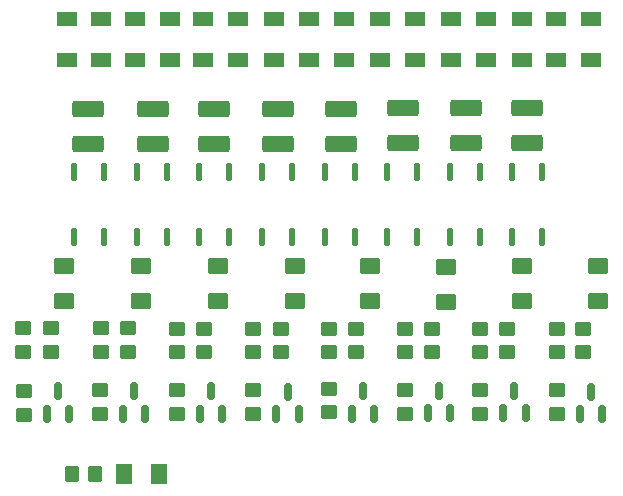
<source format=gbr>
%TF.GenerationSoftware,KiCad,Pcbnew,6.0.11+dfsg-1~bpo11+1*%
%TF.CreationDate,2023-04-06T13:57:54+02:00*%
%TF.ProjectId,dout-8_11,646f7574-2d38-45f3-9131-2e6b69636164,1.1*%
%TF.SameCoordinates,Original*%
%TF.FileFunction,Paste,Top*%
%TF.FilePolarity,Positive*%
%FSLAX46Y46*%
G04 Gerber Fmt 4.6, Leading zero omitted, Abs format (unit mm)*
G04 Created by KiCad (PCBNEW 6.0.11+dfsg-1~bpo11+1) date 2023-04-06 13:57:54*
%MOMM*%
%LPD*%
G01*
G04 APERTURE LIST*
G04 Aperture macros list*
%AMRoundRect*
0 Rectangle with rounded corners*
0 $1 Rounding radius*
0 $2 $3 $4 $5 $6 $7 $8 $9 X,Y pos of 4 corners*
0 Add a 4 corners polygon primitive as box body*
4,1,4,$2,$3,$4,$5,$6,$7,$8,$9,$2,$3,0*
0 Add four circle primitives for the rounded corners*
1,1,$1+$1,$2,$3*
1,1,$1+$1,$4,$5*
1,1,$1+$1,$6,$7*
1,1,$1+$1,$8,$9*
0 Add four rect primitives between the rounded corners*
20,1,$1+$1,$2,$3,$4,$5,0*
20,1,$1+$1,$4,$5,$6,$7,0*
20,1,$1+$1,$6,$7,$8,$9,0*
20,1,$1+$1,$8,$9,$2,$3,0*%
G04 Aperture macros list end*
%ADD10RoundRect,0.137500X0.137500X-0.587500X0.137500X0.587500X-0.137500X0.587500X-0.137500X-0.587500X0*%
%ADD11R,1.700000X1.300000*%
%ADD12RoundRect,0.150000X0.150000X-0.587500X0.150000X0.587500X-0.150000X0.587500X-0.150000X-0.587500X0*%
%ADD13RoundRect,0.250001X1.074999X-0.462499X1.074999X0.462499X-1.074999X0.462499X-1.074999X-0.462499X0*%
%ADD14RoundRect,0.250001X-0.624999X0.462499X-0.624999X-0.462499X0.624999X-0.462499X0.624999X0.462499X0*%
%ADD15RoundRect,0.250000X0.450000X-0.350000X0.450000X0.350000X-0.450000X0.350000X-0.450000X-0.350000X0*%
%ADD16RoundRect,0.250001X0.462499X0.624999X-0.462499X0.624999X-0.462499X-0.624999X0.462499X-0.624999X0*%
%ADD17RoundRect,0.250000X-0.350000X-0.450000X0.350000X-0.450000X0.350000X0.450000X-0.350000X0.450000X0*%
G04 APERTURE END LIST*
D10*
%TO.C,U6*%
X143830000Y-94950000D03*
X146370000Y-94950000D03*
X146370000Y-89450000D03*
X143830000Y-89450000D03*
%TD*%
D11*
%TO.C,D23*%
X132600000Y-80000000D03*
X132600000Y-76500000D03*
%TD*%
D12*
%TO.C,Q4*%
X156750000Y-109900000D03*
X158650000Y-109900000D03*
X157700000Y-108025000D03*
%TD*%
%TO.C,Q7*%
X137350000Y-109900000D03*
X139250000Y-109900000D03*
X138300000Y-108025000D03*
%TD*%
D13*
%TO.C,F8*%
X134400000Y-87075000D03*
X134400000Y-84100000D03*
%TD*%
D14*
%TO.C,D21*%
X132400000Y-97425000D03*
X132400000Y-100400000D03*
%TD*%
D13*
%TO.C,F7*%
X139900000Y-87075000D03*
X139900000Y-84100000D03*
%TD*%
D12*
%TO.C,Q1*%
X176050000Y-109937500D03*
X177950000Y-109937500D03*
X177000000Y-108062500D03*
%TD*%
D15*
%TO.C,R15*%
X141900000Y-109900000D03*
X141900000Y-107900000D03*
%TD*%
D11*
%TO.C,D18*%
X153100000Y-76500000D03*
X153100000Y-80000000D03*
%TD*%
D14*
%TO.C,D4*%
X164700000Y-97500000D03*
X164700000Y-100475000D03*
%TD*%
D15*
%TO.C,R20*%
X135400000Y-109900000D03*
X135400000Y-107900000D03*
%TD*%
%TO.C,R6*%
X174100000Y-104700000D03*
X174100000Y-102700000D03*
%TD*%
%TO.C,R12*%
X161200000Y-104700000D03*
X161200000Y-102700000D03*
%TD*%
D11*
%TO.C,D16*%
X165100000Y-76500000D03*
X165100000Y-80000000D03*
%TD*%
%TO.C,D17*%
X159100000Y-76500000D03*
X159100000Y-80000000D03*
%TD*%
D12*
%TO.C,Q2*%
X169550000Y-109875000D03*
X171450000Y-109875000D03*
X170500000Y-108000000D03*
%TD*%
D11*
%TO.C,D14*%
X177000000Y-76500000D03*
X177000000Y-80000000D03*
%TD*%
%TO.C,D19*%
X147100000Y-76500000D03*
X147100000Y-80000000D03*
%TD*%
%TO.C,D15*%
X171100000Y-76500000D03*
X171100000Y-80000000D03*
%TD*%
%TO.C,D11*%
X156100000Y-80000000D03*
X156100000Y-76500000D03*
%TD*%
D13*
%TO.C,F2*%
X166400000Y-87000000D03*
X166400000Y-84025000D03*
%TD*%
D15*
%TO.C,R24*%
X135500000Y-104650000D03*
X135500000Y-102650000D03*
%TD*%
D13*
%TO.C,F3*%
X161100000Y-87000000D03*
X161100000Y-84025000D03*
%TD*%
D12*
%TO.C,Q3*%
X163150000Y-109875000D03*
X165050000Y-109875000D03*
X164100000Y-108000000D03*
%TD*%
D15*
%TO.C,R3*%
X167600000Y-109900000D03*
X167600000Y-107900000D03*
%TD*%
D14*
%TO.C,D2*%
X177600000Y-97425000D03*
X177600000Y-100400000D03*
%TD*%
D13*
%TO.C,F1*%
X171600000Y-86975000D03*
X171600000Y-84000000D03*
%TD*%
D15*
%TO.C,R18*%
X148400000Y-104700000D03*
X148400000Y-102700000D03*
%TD*%
D10*
%TO.C,U5*%
X149130000Y-94950000D03*
X151670000Y-94950000D03*
X151670000Y-89450000D03*
X149130000Y-89450000D03*
%TD*%
D15*
%TO.C,R16*%
X150700000Y-104700000D03*
X150700000Y-102700000D03*
%TD*%
D14*
%TO.C,D7*%
X145400000Y-97412500D03*
X145400000Y-100387500D03*
%TD*%
D15*
%TO.C,R17*%
X144200000Y-104700000D03*
X144200000Y-102700000D03*
%TD*%
D11*
%TO.C,D25*%
X135500000Y-76500000D03*
X135500000Y-80000000D03*
%TD*%
%TO.C,D9*%
X168100000Y-80000000D03*
X168100000Y-76500000D03*
%TD*%
D10*
%TO.C,U7*%
X133230000Y-94950000D03*
X135770000Y-94950000D03*
X135770000Y-89450000D03*
X133230000Y-89450000D03*
%TD*%
D11*
%TO.C,D12*%
X150100000Y-80000000D03*
X150100000Y-76500000D03*
%TD*%
D14*
%TO.C,D3*%
X171100000Y-97425000D03*
X171100000Y-100400000D03*
%TD*%
D10*
%TO.C,U1*%
X170330000Y-94950000D03*
X172870000Y-94950000D03*
X172870000Y-89450000D03*
X170330000Y-89450000D03*
%TD*%
D11*
%TO.C,D10*%
X162100000Y-80000000D03*
X162100000Y-76500000D03*
%TD*%
D13*
%TO.C,F4*%
X155800000Y-87075000D03*
X155800000Y-84100000D03*
%TD*%
D12*
%TO.C,Q8*%
X130900000Y-109900000D03*
X132800000Y-109900000D03*
X131850000Y-108025000D03*
%TD*%
D15*
%TO.C,R25*%
X128900000Y-104650000D03*
X128900000Y-102650000D03*
%TD*%
D11*
%TO.C,D13*%
X144100000Y-80000000D03*
X144100000Y-76500000D03*
%TD*%
D15*
%TO.C,R8*%
X161200000Y-109900000D03*
X161200000Y-107900000D03*
%TD*%
%TO.C,R11*%
X157100000Y-104700000D03*
X157100000Y-102700000D03*
%TD*%
%TO.C,R22*%
X137800000Y-104650000D03*
X137800000Y-102650000D03*
%TD*%
D11*
%TO.C,D22*%
X138400000Y-80000000D03*
X138400000Y-76500000D03*
%TD*%
D10*
%TO.C,U2*%
X165030000Y-94950000D03*
X167570000Y-94950000D03*
X167570000Y-89450000D03*
X165030000Y-89450000D03*
%TD*%
D15*
%TO.C,R5*%
X169900000Y-104700000D03*
X169900000Y-102700000D03*
%TD*%
D13*
%TO.C,F5*%
X150500000Y-87100000D03*
X150500000Y-84125000D03*
%TD*%
D16*
%TO.C,D1*%
X140375000Y-115000000D03*
X137400000Y-115000000D03*
%TD*%
D10*
%TO.C,U8*%
X138530000Y-94950000D03*
X141070000Y-94950000D03*
X141070000Y-89450000D03*
X138530000Y-89450000D03*
%TD*%
D15*
%TO.C,R4*%
X176300000Y-104700000D03*
X176300000Y-102700000D03*
%TD*%
%TO.C,R9*%
X154800000Y-109800000D03*
X154800000Y-107800000D03*
%TD*%
%TO.C,R13*%
X154800000Y-104700000D03*
X154800000Y-102700000D03*
%TD*%
%TO.C,R19*%
X141900000Y-104700000D03*
X141900000Y-102700000D03*
%TD*%
%TO.C,R14*%
X148400000Y-109900000D03*
X148400000Y-107900000D03*
%TD*%
D12*
%TO.C,Q6*%
X143850000Y-109900000D03*
X145750000Y-109900000D03*
X144800000Y-108025000D03*
%TD*%
D13*
%TO.C,F6*%
X145100000Y-87075000D03*
X145100000Y-84100000D03*
%TD*%
D11*
%TO.C,D8*%
X174000000Y-80000000D03*
X174000000Y-76500000D03*
%TD*%
D10*
%TO.C,U3*%
X159730000Y-94950000D03*
X162270000Y-94950000D03*
X162270000Y-89450000D03*
X159730000Y-89450000D03*
%TD*%
D15*
%TO.C,R23*%
X131300000Y-104650000D03*
X131300000Y-102650000D03*
%TD*%
D17*
%TO.C,R1*%
X133000000Y-115000000D03*
X135000000Y-115000000D03*
%TD*%
D15*
%TO.C,R21*%
X129000000Y-110000000D03*
X129000000Y-108000000D03*
%TD*%
D10*
%TO.C,U4*%
X154430000Y-94950000D03*
X156970000Y-94950000D03*
X156970000Y-89450000D03*
X154430000Y-89450000D03*
%TD*%
D12*
%TO.C,Q5*%
X150350000Y-109937500D03*
X152250000Y-109937500D03*
X151300000Y-108062500D03*
%TD*%
D14*
%TO.C,D6*%
X151900000Y-97400000D03*
X151900000Y-100375000D03*
%TD*%
%TO.C,D20*%
X138900000Y-97412500D03*
X138900000Y-100387500D03*
%TD*%
D15*
%TO.C,R10*%
X163500000Y-104700000D03*
X163500000Y-102700000D03*
%TD*%
%TO.C,R2*%
X174100000Y-109900000D03*
X174100000Y-107900000D03*
%TD*%
D14*
%TO.C,D5*%
X158300000Y-97400000D03*
X158300000Y-100375000D03*
%TD*%
D15*
%TO.C,R7*%
X167600000Y-104700000D03*
X167600000Y-102700000D03*
%TD*%
D11*
%TO.C,D24*%
X141300000Y-76500000D03*
X141300000Y-80000000D03*
%TD*%
M02*

</source>
